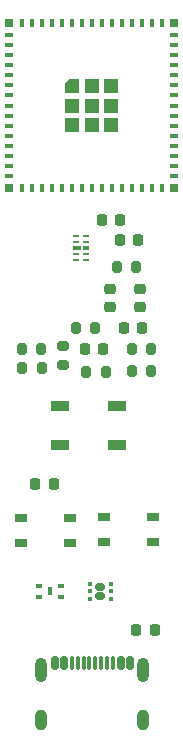
<source format=gtp>
%TF.GenerationSoftware,KiCad,Pcbnew,8.0.3*%
%TF.CreationDate,2024-10-04T21:01:27+05:30*%
%TF.ProjectId,TP4056,54503430-3536-42e6-9b69-6361645f7063,rev?*%
%TF.SameCoordinates,Original*%
%TF.FileFunction,Paste,Top*%
%TF.FilePolarity,Positive*%
%FSLAX46Y46*%
G04 Gerber Fmt 4.6, Leading zero omitted, Abs format (unit mm)*
G04 Created by KiCad (PCBNEW 8.0.3) date 2024-10-04 21:01:27*
%MOMM*%
%LPD*%
G01*
G04 APERTURE LIST*
G04 Aperture macros list*
%AMRoundRect*
0 Rectangle with rounded corners*
0 $1 Rounding radius*
0 $2 $3 $4 $5 $6 $7 $8 $9 X,Y pos of 4 corners*
0 Add a 4 corners polygon primitive as box body*
4,1,4,$2,$3,$4,$5,$6,$7,$8,$9,$2,$3,0*
0 Add four circle primitives for the rounded corners*
1,1,$1+$1,$2,$3*
1,1,$1+$1,$4,$5*
1,1,$1+$1,$6,$7*
1,1,$1+$1,$8,$9*
0 Add four rect primitives between the rounded corners*
20,1,$1+$1,$2,$3,$4,$5,0*
20,1,$1+$1,$4,$5,$6,$7,0*
20,1,$1+$1,$6,$7,$8,$9,0*
20,1,$1+$1,$8,$9,$2,$3,0*%
%AMOutline5P*
0 Free polygon, 5 corners , with rotation*
0 The origin of the aperture is its center*
0 number of corners: always 5*
0 $1 to $10 corner X, Y*
0 $11 Rotation angle, in degrees counterclockwise*
0 create outline with 5 corners*
4,1,5,$1,$2,$3,$4,$5,$6,$7,$8,$9,$10,$1,$2,$11*%
%AMOutline6P*
0 Free polygon, 6 corners , with rotation*
0 The origin of the aperture is its center*
0 number of corners: always 6*
0 $1 to $12 corner X, Y*
0 $13 Rotation angle, in degrees counterclockwise*
0 create outline with 6 corners*
4,1,6,$1,$2,$3,$4,$5,$6,$7,$8,$9,$10,$11,$12,$1,$2,$13*%
%AMOutline7P*
0 Free polygon, 7 corners , with rotation*
0 The origin of the aperture is its center*
0 number of corners: always 7*
0 $1 to $14 corner X, Y*
0 $15 Rotation angle, in degrees counterclockwise*
0 create outline with 7 corners*
4,1,7,$1,$2,$3,$4,$5,$6,$7,$8,$9,$10,$11,$12,$13,$14,$1,$2,$15*%
%AMOutline8P*
0 Free polygon, 8 corners , with rotation*
0 The origin of the aperture is its center*
0 number of corners: always 8*
0 $1 to $16 corner X, Y*
0 $17 Rotation angle, in degrees counterclockwise*
0 create outline with 8 corners*
4,1,8,$1,$2,$3,$4,$5,$6,$7,$8,$9,$10,$11,$12,$13,$14,$15,$16,$1,$2,$17*%
G04 Aperture macros list end*
%ADD10RoundRect,0.225000X-0.250000X0.225000X-0.250000X-0.225000X0.250000X-0.225000X0.250000X0.225000X0*%
%ADD11RoundRect,0.200000X-0.200000X-0.275000X0.200000X-0.275000X0.200000X0.275000X-0.200000X0.275000X0*%
%ADD12RoundRect,0.200000X0.275000X-0.200000X0.275000X0.200000X-0.275000X0.200000X-0.275000X-0.200000X0*%
%ADD13R,0.350000X0.800000*%
%ADD14R,0.500000X0.300000*%
%ADD15RoundRect,0.200000X0.200000X0.275000X-0.200000X0.275000X-0.200000X-0.275000X0.200000X-0.275000X0*%
%ADD16R,1.050000X0.650000*%
%ADD17R,1.500000X0.900000*%
%ADD18RoundRect,0.218750X-0.218750X-0.256250X0.218750X-0.256250X0.218750X0.256250X-0.218750X0.256250X0*%
%ADD19RoundRect,0.225000X-0.225000X-0.250000X0.225000X-0.250000X0.225000X0.250000X-0.225000X0.250000X0*%
%ADD20RoundRect,0.225000X0.225000X0.250000X-0.225000X0.250000X-0.225000X-0.250000X0.225000X-0.250000X0*%
%ADD21R,0.800000X0.400000*%
%ADD22R,0.400000X0.800000*%
%ADD23Outline5P,-0.600000X0.204000X-0.204000X0.600000X0.600000X0.600000X0.600000X-0.600000X-0.600000X-0.600000X0.000000*%
%ADD24R,1.200000X1.200000*%
%ADD25R,0.800000X0.800000*%
%ADD26RoundRect,0.150000X-0.150000X-0.425000X0.150000X-0.425000X0.150000X0.425000X-0.150000X0.425000X0*%
%ADD27RoundRect,0.075000X-0.075000X-0.500000X0.075000X-0.500000X0.075000X0.500000X-0.075000X0.500000X0*%
%ADD28O,1.000000X2.100000*%
%ADD29O,1.000000X1.800000*%
%ADD30RoundRect,0.160000X-0.245000X-0.160000X0.245000X-0.160000X0.245000X0.160000X-0.245000X0.160000X0*%
%ADD31RoundRect,0.093750X-0.093750X-0.106250X0.093750X-0.106250X0.093750X0.106250X-0.093750X0.106250X0*%
%ADD32R,0.625000X0.250000*%
%ADD33R,0.700000X0.450000*%
%ADD34R,0.575000X0.450000*%
G04 APERTURE END LIST*
D10*
%TO.C,C1*%
X78835000Y-86200000D03*
X78835000Y-87750000D03*
%TD*%
D11*
%TO.C,R3*%
X76875000Y-84350000D03*
X78525000Y-84350000D03*
%TD*%
D12*
%TO.C,R5*%
X72325000Y-92700000D03*
X72325000Y-91050000D03*
%TD*%
D13*
%TO.C,U4*%
X71252500Y-111825000D03*
D14*
X70302500Y-111350000D03*
X70302500Y-112300000D03*
X72202500Y-112300000D03*
X72202500Y-111350000D03*
%TD*%
D11*
%TO.C,R4*%
X78150000Y-91275000D03*
X79800000Y-91275000D03*
%TD*%
D15*
%TO.C,R2*%
X70550000Y-92925000D03*
X68900000Y-92925000D03*
%TD*%
D16*
%TO.C,SW1*%
X68775000Y-105625000D03*
X72925000Y-105625000D03*
X68775000Y-107775000D03*
X72925000Y-107775000D03*
%TD*%
D17*
%TO.C,D1*%
X72050000Y-96150000D03*
X72050000Y-99450000D03*
X76950000Y-99450000D03*
X76950000Y-96150000D03*
%TD*%
D11*
%TO.C,R7*%
X74310000Y-93265000D03*
X75960000Y-93265000D03*
%TD*%
D18*
%TO.C,D2*%
X69975000Y-102775000D03*
X71550000Y-102775000D03*
%TD*%
D19*
%TO.C,C5*%
X74190000Y-91275000D03*
X75740000Y-91275000D03*
%TD*%
D15*
%TO.C,R1*%
X70500000Y-91300000D03*
X68850000Y-91300000D03*
%TD*%
D20*
%TO.C,C3*%
X78700000Y-82050000D03*
X77150000Y-82050000D03*
%TD*%
D19*
%TO.C,C6*%
X78550000Y-115125000D03*
X80100000Y-115125000D03*
%TD*%
D21*
%TO.C,U3*%
X67775000Y-64750000D03*
X67775000Y-65600000D03*
X67775000Y-66450000D03*
X67775000Y-67300000D03*
X67775000Y-68150000D03*
X67775000Y-69000000D03*
X67775000Y-69850000D03*
X67775000Y-70700000D03*
X67775000Y-71550000D03*
X67775000Y-72400000D03*
X67775000Y-73250000D03*
X67775000Y-74100000D03*
X67775000Y-74950000D03*
X67775000Y-75800000D03*
X67775000Y-76650000D03*
D22*
X68825000Y-77700000D03*
X69675000Y-77700000D03*
X70525000Y-77700000D03*
X71375000Y-77700000D03*
X72225000Y-77700000D03*
X73075000Y-77700000D03*
X73925000Y-77700000D03*
X74775000Y-77700000D03*
X75625000Y-77700000D03*
X76475000Y-77700000D03*
X77325000Y-77700000D03*
X78175000Y-77700000D03*
X79025000Y-77700000D03*
X79875000Y-77700000D03*
X80725000Y-77700000D03*
D21*
X81775000Y-76650000D03*
X81775000Y-75800000D03*
X81775000Y-74950000D03*
X81775000Y-74100000D03*
X81775000Y-73250000D03*
X81775000Y-72400000D03*
X81775000Y-71550000D03*
X81775000Y-70700000D03*
X81775000Y-69850000D03*
X81775000Y-69000000D03*
X81775000Y-68150000D03*
X81775000Y-67300000D03*
X81775000Y-66450000D03*
X81775000Y-65600000D03*
X81775000Y-64750000D03*
D22*
X80725000Y-63700000D03*
X79875000Y-63700000D03*
X79025000Y-63700000D03*
X78175000Y-63700000D03*
X77325000Y-63700000D03*
X76475000Y-63700000D03*
X75625000Y-63700000D03*
X74775000Y-63700000D03*
X73925000Y-63700000D03*
X73075000Y-63700000D03*
X72225000Y-63700000D03*
X71375000Y-63700000D03*
X70525000Y-63700000D03*
X69675000Y-63700000D03*
X68825000Y-63700000D03*
D23*
X73125000Y-69050000D03*
D24*
X73125000Y-70700000D03*
X73125000Y-72350000D03*
X74775000Y-69050000D03*
X74775000Y-70700000D03*
X74775000Y-72350000D03*
X76425000Y-69050000D03*
X76425000Y-70700000D03*
X76425000Y-72350000D03*
D25*
X67775000Y-63700000D03*
X67775000Y-77700000D03*
X81775000Y-77700000D03*
X81775000Y-63700000D03*
%TD*%
D15*
%TO.C,R6*%
X75065000Y-89500000D03*
X73415000Y-89500000D03*
%TD*%
D26*
%TO.C,J1*%
X71625000Y-117935000D03*
X72425000Y-117935000D03*
D27*
X73575000Y-117935000D03*
X74575000Y-117935000D03*
X75075000Y-117935000D03*
X76075000Y-117935000D03*
D26*
X77225000Y-117935000D03*
X78025000Y-117935000D03*
X78025000Y-117935000D03*
X77225000Y-117935000D03*
D27*
X76575000Y-117935000D03*
X75575000Y-117935000D03*
X74075000Y-117935000D03*
X73075000Y-117935000D03*
D26*
X72425000Y-117935000D03*
X71625000Y-117935000D03*
D28*
X70505000Y-118510000D03*
D29*
X70505000Y-122690000D03*
D28*
X79145000Y-118510000D03*
D29*
X79145000Y-122690000D03*
%TD*%
D30*
%TO.C,U2*%
X75487500Y-111425000D03*
X75487500Y-112225000D03*
D31*
X74600000Y-111175000D03*
X74600000Y-111825000D03*
X74600000Y-112475000D03*
X76375000Y-112475000D03*
X76375000Y-111825000D03*
X76375000Y-111175000D03*
%TD*%
D20*
%TO.C,C7*%
X79025000Y-89500000D03*
X77475000Y-89500000D03*
%TD*%
D11*
%TO.C,R8*%
X78175000Y-93150000D03*
X79825000Y-93150000D03*
%TD*%
D16*
%TO.C,SW2*%
X75825000Y-105525000D03*
X79975000Y-105525000D03*
X75825000Y-107675000D03*
X79975000Y-107675000D03*
%TD*%
D10*
%TO.C,C2*%
X76325000Y-86200000D03*
X76325000Y-87750000D03*
%TD*%
D20*
%TO.C,C4*%
X77200000Y-80400000D03*
X75650000Y-80400000D03*
%TD*%
D32*
%TO.C,U1*%
X73475000Y-81750000D03*
X73475000Y-82250000D03*
D33*
X73512500Y-82750000D03*
D32*
X73475000Y-83250000D03*
X73475000Y-83750000D03*
X74250000Y-83750000D03*
X74250000Y-83250000D03*
D34*
X74275000Y-82750000D03*
D32*
X74250000Y-82250000D03*
X74250000Y-81750000D03*
%TD*%
M02*

</source>
